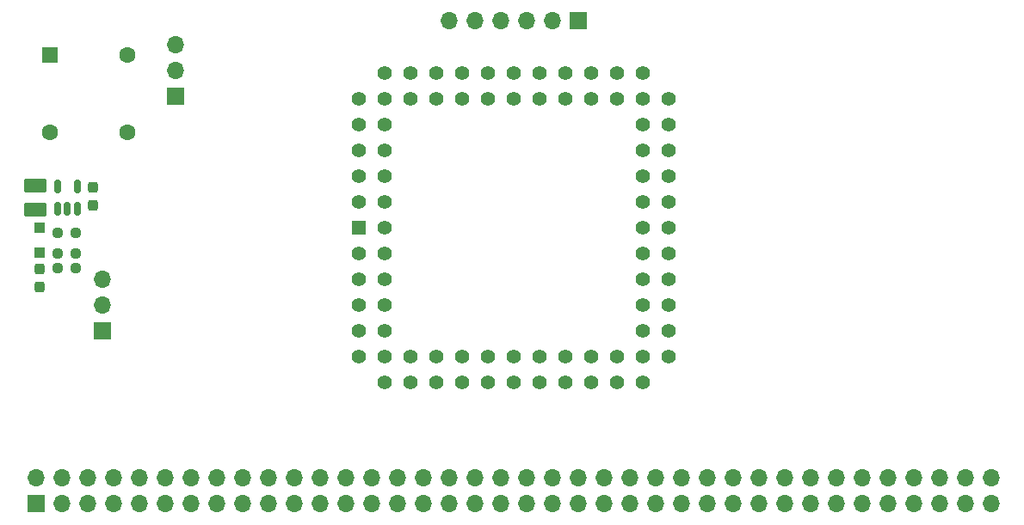
<source format=gts>
G04 #@! TF.GenerationSoftware,KiCad,Pcbnew,6.0.1*
G04 #@! TF.CreationDate,2022-02-14T19:14:06-08:00*
G04 #@! TF.ProjectId,BREAKOUT-ATF1508AS,42524541-4b4f-4555-942d-415446313530,rev?*
G04 #@! TF.SameCoordinates,Original*
G04 #@! TF.FileFunction,Soldermask,Top*
G04 #@! TF.FilePolarity,Negative*
%FSLAX46Y46*%
G04 Gerber Fmt 4.6, Leading zero omitted, Abs format (unit mm)*
G04 Created by KiCad (PCBNEW 6.0.1) date 2022-02-14 19:14:06*
%MOMM*%
%LPD*%
G01*
G04 APERTURE LIST*
G04 Aperture macros list*
%AMRoundRect*
0 Rectangle with rounded corners*
0 $1 Rounding radius*
0 $2 $3 $4 $5 $6 $7 $8 $9 X,Y pos of 4 corners*
0 Add a 4 corners polygon primitive as box body*
4,1,4,$2,$3,$4,$5,$6,$7,$8,$9,$2,$3,0*
0 Add four circle primitives for the rounded corners*
1,1,$1+$1,$2,$3*
1,1,$1+$1,$4,$5*
1,1,$1+$1,$6,$7*
1,1,$1+$1,$8,$9*
0 Add four rect primitives between the rounded corners*
20,1,$1+$1,$2,$3,$4,$5,0*
20,1,$1+$1,$4,$5,$6,$7,0*
20,1,$1+$1,$6,$7,$8,$9,0*
20,1,$1+$1,$8,$9,$2,$3,0*%
G04 Aperture macros list end*
%ADD10RoundRect,0.237500X-0.250000X-0.237500X0.250000X-0.237500X0.250000X0.237500X-0.250000X0.237500X0*%
%ADD11R,1.700000X1.700000*%
%ADD12O,1.700000X1.700000*%
%ADD13R,1.000000X1.000000*%
%ADD14RoundRect,0.250001X-0.849999X0.462499X-0.849999X-0.462499X0.849999X-0.462499X0.849999X0.462499X0*%
%ADD15RoundRect,0.237500X0.250000X0.237500X-0.250000X0.237500X-0.250000X-0.237500X0.250000X-0.237500X0*%
%ADD16RoundRect,0.237500X-0.237500X0.300000X-0.237500X-0.300000X0.237500X-0.300000X0.237500X0.300000X0*%
%ADD17RoundRect,0.150000X0.150000X-0.512500X0.150000X0.512500X-0.150000X0.512500X-0.150000X-0.512500X0*%
%ADD18R,1.422400X1.422400*%
%ADD19C,1.422400*%
%ADD20R,1.600000X1.600000*%
%ADD21C,1.600000*%
G04 APERTURE END LIST*
D10*
X102075000Y-94290000D03*
X103900000Y-94290000D03*
X102077500Y-95810000D03*
X103902500Y-95810000D03*
D11*
X153330000Y-71400000D03*
D12*
X150790000Y-71400000D03*
X148250000Y-71400000D03*
X145710000Y-71400000D03*
X143170000Y-71400000D03*
X140630000Y-71400000D03*
D13*
X100325000Y-94270000D03*
X100325000Y-91770000D03*
D14*
X99925000Y-87670000D03*
X99925000Y-89995000D03*
D15*
X103892500Y-92300000D03*
X102067500Y-92300000D03*
D16*
X105550000Y-87820000D03*
X105550000Y-89545000D03*
D11*
X106510000Y-101940000D03*
D12*
X106510000Y-99400000D03*
X106510000Y-96860000D03*
D17*
X102105000Y-89967500D03*
X103055000Y-89967500D03*
X104005000Y-89967500D03*
X104005000Y-87692500D03*
X102105000Y-87692500D03*
D11*
X113720000Y-78860000D03*
D12*
X113720000Y-76320000D03*
X113720000Y-73780000D03*
D16*
X100330000Y-95867500D03*
X100330000Y-97592500D03*
D11*
X100005000Y-119000000D03*
D12*
X100005000Y-116460000D03*
X102545000Y-119000000D03*
X102545000Y-116460000D03*
X105085000Y-119000000D03*
X105085000Y-116460000D03*
X107625000Y-119000000D03*
X107625000Y-116460000D03*
X110165000Y-119000000D03*
X110165000Y-116460000D03*
X112705000Y-119000000D03*
X112705000Y-116460000D03*
X115245000Y-119000000D03*
X115245000Y-116460000D03*
X117785000Y-119000000D03*
X117785000Y-116460000D03*
X120325000Y-119000000D03*
X120325000Y-116460000D03*
X122865000Y-119000000D03*
X122865000Y-116460000D03*
X125405000Y-119000000D03*
X125405000Y-116460000D03*
X127945000Y-119000000D03*
X127945000Y-116460000D03*
X130485000Y-119000000D03*
X130485000Y-116460000D03*
X133025000Y-119000000D03*
X133025000Y-116460000D03*
X135565000Y-119000000D03*
X135565000Y-116460000D03*
X138105000Y-119000000D03*
X138105000Y-116460000D03*
X140645000Y-119000000D03*
X140645000Y-116460000D03*
X143185000Y-119000000D03*
X143185000Y-116460000D03*
X145725000Y-119000000D03*
X145725000Y-116460000D03*
X148265000Y-119000000D03*
X148265000Y-116460000D03*
X150805000Y-119000000D03*
X150805000Y-116460000D03*
X153345000Y-119000000D03*
X153345000Y-116460000D03*
X155885000Y-119000000D03*
X155885000Y-116460000D03*
X158425000Y-119000000D03*
X158425000Y-116460000D03*
X160965000Y-119000000D03*
X160965000Y-116460000D03*
X163505000Y-119000000D03*
X163505000Y-116460000D03*
X166045000Y-119000000D03*
X166045000Y-116460000D03*
X168585000Y-119000000D03*
X168585000Y-116460000D03*
X171125000Y-119000000D03*
X171125000Y-116460000D03*
X173665000Y-119000000D03*
X173665000Y-116460000D03*
X176205000Y-119000000D03*
X176205000Y-116460000D03*
X178745000Y-119000000D03*
X178745000Y-116460000D03*
X181285000Y-119000000D03*
X181285000Y-116460000D03*
X183825000Y-119000000D03*
X183825000Y-116460000D03*
X186365000Y-119000000D03*
X186365000Y-116460000D03*
X188905000Y-119000000D03*
X188905000Y-116460000D03*
X191445000Y-119000000D03*
X191445000Y-116460000D03*
X193985000Y-119000000D03*
X193985000Y-116460000D03*
D18*
X131740000Y-91770000D03*
D19*
X134280000Y-91770000D03*
X131740000Y-94310000D03*
X134280000Y-94310000D03*
X131740000Y-96850000D03*
X134280000Y-96850000D03*
X131740000Y-99390000D03*
X134280000Y-99390000D03*
X131740000Y-101930000D03*
X134280000Y-101930000D03*
X131740000Y-104470000D03*
X134280000Y-107010000D03*
X134280000Y-104470000D03*
X136820000Y-107010000D03*
X136820000Y-104470000D03*
X139360000Y-107010000D03*
X139360000Y-104470000D03*
X141900000Y-107010000D03*
X141900000Y-104470000D03*
X144440000Y-107010000D03*
X144440000Y-104470000D03*
X146980000Y-107010000D03*
X146980000Y-104470000D03*
X149520000Y-107010000D03*
X149520000Y-104470000D03*
X152060000Y-107010000D03*
X152060000Y-104470000D03*
X154600000Y-107010000D03*
X154600000Y-104470000D03*
X157140000Y-107010000D03*
X157140000Y-104470000D03*
X159680000Y-107010000D03*
X162220000Y-104470000D03*
X159680000Y-104470000D03*
X162220000Y-101930000D03*
X159680000Y-101930000D03*
X162220000Y-99390000D03*
X159680000Y-99390000D03*
X162220000Y-96850000D03*
X159680000Y-96850000D03*
X162220000Y-94310000D03*
X159680000Y-94310000D03*
X162220000Y-91770000D03*
X159680000Y-91770000D03*
X162220000Y-89230000D03*
X159680000Y-89230000D03*
X162220000Y-86690000D03*
X159680000Y-86690000D03*
X162220000Y-84150000D03*
X159680000Y-84150000D03*
X162220000Y-81610000D03*
X159680000Y-81610000D03*
X162220000Y-79070000D03*
X159680000Y-76530000D03*
X159680000Y-79070000D03*
X157140000Y-76530000D03*
X157140000Y-79070000D03*
X154600000Y-76530000D03*
X154600000Y-79070000D03*
X152060000Y-76530000D03*
X152060000Y-79070000D03*
X149520000Y-76530000D03*
X149520000Y-79070000D03*
X146980000Y-76530000D03*
X146980000Y-79070000D03*
X144440000Y-76530000D03*
X144440000Y-79070000D03*
X141900000Y-76530000D03*
X141900000Y-79070000D03*
X139360000Y-76530000D03*
X139360000Y-79070000D03*
X136820000Y-76530000D03*
X136820000Y-79070000D03*
X134280000Y-76530000D03*
X131740000Y-79070000D03*
X134280000Y-79070000D03*
X131740000Y-81610000D03*
X134280000Y-81610000D03*
X131740000Y-84150000D03*
X134280000Y-84150000D03*
X131740000Y-86690000D03*
X134280000Y-86690000D03*
X131740000Y-89230000D03*
X134280000Y-89230000D03*
D20*
X101360000Y-74770000D03*
D21*
X101360000Y-82390000D03*
X108980000Y-82390000D03*
X108980000Y-74770000D03*
M02*

</source>
